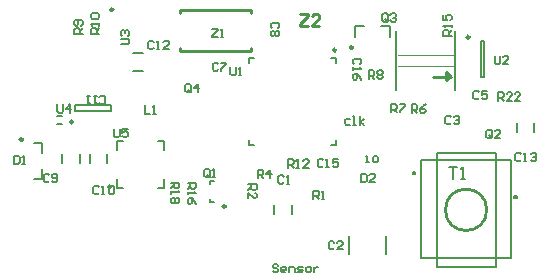
<source format=gto>
G04 Layer_Color=65535*
%FSLAX25Y25*%
%MOIN*%
G70*
G01*
G75*
%ADD43C,0.00984*%
%ADD60C,0.01000*%
%ADD61C,0.00787*%
%ADD62C,0.00394*%
%ADD63C,0.00606*%
%ADD64C,0.00591*%
D43*
X109055Y-14272D02*
G03*
X109055Y-14272I-492J0D01*
G01*
X21358Y-38189D02*
G03*
X21358Y-38189I-492J0D01*
G01*
X34744Y-787D02*
G03*
X34744Y-787I-492J0D01*
G01*
X114665Y-13386D02*
G03*
X114665Y-13386I-492J0D01*
G01*
X34055Y-59842D02*
G03*
X34055Y-59842I-492J0D01*
G01*
X153543Y-9941D02*
G03*
X153543Y-9941I-492J0D01*
G01*
X4626Y-44094D02*
G03*
X4626Y-44094I-492J0D01*
G01*
X72244Y-66339D02*
G03*
X72244Y-66339I-492J0D01*
G01*
X57087Y-14665D02*
X80709D01*
X56890Y-14469D02*
X57087Y-14665D01*
X56890Y-14469D02*
Y-13681D01*
X80709Y-14665D02*
Y-13681D01*
X57087Y-886D02*
X80709D01*
X57087Y-2067D02*
Y-886D01*
X80709Y-1870D02*
Y-886D01*
D60*
X159252Y-67520D02*
G03*
X159252Y-67520I-6890J0D01*
G01*
X144882Y-23130D02*
X147244D01*
X145669Y-21555D02*
X147244Y-23130D01*
X145669Y-24311D02*
Y-21555D01*
Y-24311D02*
X146850Y-23130D01*
X141339D02*
X146850D01*
X96949Y-2265D02*
X99573D01*
Y-2921D01*
X96949Y-5545D01*
Y-6201D01*
X99573D01*
X103508D02*
X100885D01*
X103508Y-3577D01*
Y-2921D01*
X102852Y-2265D01*
X101541D01*
X100885Y-2921D01*
D61*
X175098Y-41634D02*
Y-38484D01*
X169193Y-41634D02*
Y-38484D01*
X41437Y-15256D02*
X44587D01*
X41437Y-21161D02*
X44587D01*
X23524Y-51968D02*
Y-48819D01*
X17618Y-51968D02*
Y-48819D01*
X32776Y-51968D02*
Y-48819D01*
X26870Y-51968D02*
Y-48819D01*
X109153Y-45965D02*
Y-44291D01*
X107480Y-45965D02*
X109153D01*
X80020D02*
Y-44291D01*
Y-45965D02*
X81693D01*
X80020Y-18504D02*
Y-16831D01*
X81693D01*
X109153Y-18504D02*
Y-16831D01*
X107480D02*
X109153D01*
X21949Y-32480D02*
X34154D01*
X21949Y-34449D02*
X34154D01*
Y-32480D01*
X21949Y-34449D02*
Y-32480D01*
X94390Y-68898D02*
Y-65748D01*
X88484Y-68898D02*
Y-65748D01*
X124016Y-6201D02*
X127165D01*
Y-9744D02*
Y-6201D01*
X115354D02*
X118504D01*
X115354Y-9744D02*
Y-6201D01*
X16043Y-36122D02*
X17618D01*
X16043Y-38878D02*
X17618D01*
X36024Y-60138D02*
X37894D01*
X36024D02*
Y-57284D01*
X49705Y-60138D02*
X51575D01*
Y-57284D01*
Y-47441D02*
Y-44587D01*
X49705D02*
X51575D01*
X36024D02*
X37894D01*
X36024Y-47441D02*
Y-44587D01*
X168504Y-63583D02*
Y-62795D01*
Y-63583D02*
X169291D01*
Y-62795D01*
X168504D02*
X169291D01*
X134646Y-54921D02*
X135433D01*
Y-55709D02*
Y-54921D01*
X134646Y-55709D02*
X135433D01*
X134646D02*
Y-54921D01*
X137402Y-83661D02*
X167323D01*
X137402D02*
Y-50984D01*
X142520Y-48622D02*
X162205D01*
Y-86417D02*
Y-48622D01*
X142520Y-86417D02*
X162205D01*
X142520D02*
Y-48622D01*
X137402Y-50984D02*
X167323D01*
Y-83661D02*
Y-50984D01*
X125591Y-82382D02*
Y-76083D01*
X113386Y-82382D02*
Y-76083D01*
X157185Y-11122D02*
X158366D01*
X157185Y-23327D02*
X158366D01*
X157185D02*
Y-11122D01*
X158366Y-23327D02*
Y-11122D01*
X11024Y-57087D02*
Y-53937D01*
X8268Y-57087D02*
X11024D01*
Y-48425D02*
Y-45276D01*
X8268D02*
X11024D01*
X67027Y-59055D02*
Y-57874D01*
X68209D01*
X67027Y-64961D02*
Y-63779D01*
Y-64961D02*
X68209D01*
D62*
X129528Y-16043D02*
X148819D01*
X129528Y-19587D02*
X148819D01*
D63*
X129134Y-27461D02*
Y-7776D01*
X148819Y-27461D02*
Y-7776D01*
D64*
X93012Y-53445D02*
Y-50690D01*
X94389D01*
X94849Y-51149D01*
Y-52067D01*
X94389Y-52526D01*
X93012D01*
X93930D02*
X94849Y-53445D01*
X95767D02*
X96685D01*
X96226D01*
Y-50690D01*
X95767Y-51149D01*
X99900Y-53445D02*
X98063D01*
X99900Y-51608D01*
Y-51149D01*
X99440Y-50690D01*
X98522D01*
X98063Y-51149D01*
X163091Y-31102D02*
Y-28347D01*
X164468D01*
X164927Y-28806D01*
Y-29725D01*
X164468Y-30184D01*
X163091D01*
X164009D02*
X164927Y-31102D01*
X167682D02*
X165846D01*
X167682Y-29266D01*
Y-28806D01*
X167223Y-28347D01*
X166305D01*
X165846Y-28806D01*
X170437Y-31102D02*
X168601D01*
X170437Y-29266D01*
Y-28806D01*
X169978Y-28347D01*
X169060D01*
X168601Y-28806D01*
X45177Y-32678D02*
Y-35433D01*
X47014D01*
X47932D02*
X48851D01*
X48391D01*
Y-32678D01*
X47932Y-33137D01*
X161909Y-16241D02*
Y-18537D01*
X162369Y-18996D01*
X163287D01*
X163746Y-18537D01*
Y-16241D01*
X166501Y-18996D02*
X164664D01*
X166501Y-17159D01*
Y-16700D01*
X166042Y-16241D01*
X165124D01*
X164664Y-16700D01*
X147539Y-9449D02*
X144784D01*
Y-8071D01*
X145244Y-7612D01*
X146162D01*
X146621Y-8071D01*
Y-9449D01*
Y-8530D02*
X147539Y-7612D01*
Y-6694D02*
Y-5776D01*
Y-6235D01*
X144784D01*
X145244Y-6694D01*
X144784Y-2561D02*
Y-4398D01*
X146162D01*
X145703Y-3480D01*
Y-3020D01*
X146162Y-2561D01*
X147080D01*
X147539Y-3020D01*
Y-3939D01*
X147080Y-4398D01*
X156659Y-28314D02*
X156200Y-27855D01*
X155282D01*
X154823Y-28314D01*
Y-30151D01*
X155282Y-30610D01*
X156200D01*
X156659Y-30151D01*
X159415Y-27855D02*
X157578D01*
Y-29233D01*
X158496Y-28774D01*
X158955D01*
X159415Y-29233D01*
Y-30151D01*
X158955Y-30610D01*
X158037D01*
X157578Y-30151D01*
X108431Y-78413D02*
X107972Y-77954D01*
X107054D01*
X106595Y-78413D01*
Y-80250D01*
X107054Y-80709D01*
X107972D01*
X108431Y-80250D01*
X111186Y-80709D02*
X109350D01*
X111186Y-78872D01*
Y-78413D01*
X110727Y-77954D01*
X109809D01*
X109350Y-78413D01*
X147309Y-36680D02*
X146850Y-36221D01*
X145932D01*
X145472Y-36680D01*
Y-38517D01*
X145932Y-38976D01*
X146850D01*
X147309Y-38517D01*
X148228Y-36680D02*
X148687Y-36221D01*
X149605D01*
X150064Y-36680D01*
Y-37140D01*
X149605Y-37599D01*
X149146D01*
X149605D01*
X150064Y-38058D01*
Y-38517D01*
X149605Y-38976D01*
X148687D01*
X148228Y-38517D01*
X160990Y-43143D02*
Y-41306D01*
X160531Y-40847D01*
X159613D01*
X159153Y-41306D01*
Y-43143D01*
X159613Y-43602D01*
X160531D01*
X160072Y-42684D02*
X160990Y-43602D01*
X160531D02*
X160990Y-43143D01*
X163745Y-43602D02*
X161909D01*
X163745Y-41766D01*
Y-41306D01*
X163286Y-40847D01*
X162368D01*
X161909Y-41306D01*
X134252Y-35138D02*
Y-32383D01*
X135629D01*
X136089Y-32842D01*
Y-33760D01*
X135629Y-34220D01*
X134252D01*
X135170D02*
X136089Y-35138D01*
X138844Y-32383D02*
X137925Y-32842D01*
X137007Y-33760D01*
Y-34679D01*
X137466Y-35138D01*
X138384D01*
X138844Y-34679D01*
Y-34220D01*
X138384Y-33760D01*
X137007D01*
X127461Y-35039D02*
Y-32284D01*
X128838D01*
X129297Y-32743D01*
Y-33662D01*
X128838Y-34121D01*
X127461D01*
X128379D02*
X129297Y-35039D01*
X130216Y-32284D02*
X132052D01*
Y-32743D01*
X130216Y-34580D01*
Y-35039D01*
X146653Y-53249D02*
X149277D01*
X147966D01*
Y-57185D01*
X150589D02*
X151901D01*
X151245D01*
Y-53249D01*
X150589Y-53905D01*
X24541Y-8850D02*
X21786D01*
Y-7473D01*
X22245Y-7014D01*
X23163D01*
X23622Y-7473D01*
Y-8850D01*
Y-7932D02*
X24541Y-7014D01*
X24082Y-6095D02*
X24541Y-5636D01*
Y-4718D01*
X24082Y-4259D01*
X22245D01*
X21786Y-4718D01*
Y-5636D01*
X22245Y-6095D01*
X22704D01*
X23163Y-5636D01*
Y-4259D01*
X30152Y-31823D02*
X30611Y-32283D01*
X31529D01*
X31988Y-31823D01*
Y-29987D01*
X31529Y-29528D01*
X30611D01*
X30152Y-29987D01*
X29233Y-29528D02*
X28315D01*
X28774D01*
Y-32283D01*
X29233Y-31823D01*
X26937Y-29528D02*
X26019D01*
X26478D01*
Y-32283D01*
X26937Y-31823D01*
X35039Y-40454D02*
Y-42750D01*
X35498Y-43209D01*
X36417D01*
X36876Y-42750D01*
Y-40454D01*
X39631D02*
X37794D01*
Y-41831D01*
X38713Y-41372D01*
X39172D01*
X39631Y-41831D01*
Y-42750D01*
X39172Y-43209D01*
X38254D01*
X37794Y-42750D01*
X126246Y-4364D02*
Y-2527D01*
X125787Y-2068D01*
X124869D01*
X124409Y-2527D01*
Y-4364D01*
X124869Y-4823D01*
X125787D01*
X125328Y-3904D02*
X126246Y-4823D01*
X125787D02*
X126246Y-4364D01*
X127164Y-2527D02*
X127624Y-2068D01*
X128542D01*
X129001Y-2527D01*
Y-2986D01*
X128542Y-3445D01*
X128083D01*
X128542D01*
X129001Y-3904D01*
Y-4364D01*
X128542Y-4823D01*
X127624D01*
X127164Y-4364D01*
X89516Y-6982D02*
X89976Y-6523D01*
Y-5605D01*
X89516Y-5146D01*
X87680D01*
X87221Y-5605D01*
Y-6523D01*
X87680Y-6982D01*
X89516Y-7901D02*
X89976Y-8360D01*
Y-9278D01*
X89516Y-9737D01*
X89057D01*
X88598Y-9278D01*
X88139Y-9737D01*
X87680D01*
X87221Y-9278D01*
Y-8360D01*
X87680Y-7901D01*
X88139D01*
X88598Y-8360D01*
X89057Y-7901D01*
X89516D01*
X88598Y-8360D02*
Y-9278D01*
X69750Y-18866D02*
X69291Y-18406D01*
X68373D01*
X67913Y-18866D01*
Y-20702D01*
X68373Y-21161D01*
X69291D01*
X69750Y-20702D01*
X70668Y-18406D02*
X72505D01*
Y-18866D01*
X70668Y-20702D01*
Y-21161D01*
X91601Y-56464D02*
X91141Y-56005D01*
X90223D01*
X89764Y-56464D01*
Y-58301D01*
X90223Y-58760D01*
X91141D01*
X91601Y-58301D01*
X92519Y-58760D02*
X93437D01*
X92978D01*
Y-56005D01*
X92519Y-56464D01*
X104691Y-51051D02*
X104232Y-50591D01*
X103314D01*
X102854Y-51051D01*
Y-52887D01*
X103314Y-53347D01*
X104232D01*
X104691Y-52887D01*
X105609Y-53347D02*
X106528D01*
X106069D01*
Y-50591D01*
X105609Y-51051D01*
X109742Y-50591D02*
X107905D01*
Y-51969D01*
X108824Y-51510D01*
X109283D01*
X109742Y-51969D01*
Y-52887D01*
X109283Y-53347D01*
X108364D01*
X107905Y-52887D01*
X116961Y-19061D02*
X117420Y-18602D01*
Y-17684D01*
X116961Y-17224D01*
X115124D01*
X114665Y-17684D01*
Y-18602D01*
X115124Y-19061D01*
X114665Y-19979D02*
Y-20898D01*
Y-20439D01*
X117420D01*
X116961Y-19979D01*
X117420Y-24112D02*
X116961Y-23194D01*
X116043Y-22275D01*
X115124D01*
X114665Y-22735D01*
Y-23653D01*
X115124Y-24112D01*
X115584D01*
X116043Y-23653D01*
Y-22275D01*
X113746Y-37238D02*
X112369D01*
X111909Y-37697D01*
Y-38616D01*
X112369Y-39075D01*
X113746D01*
X114664D02*
X115583D01*
X115124D01*
Y-36320D01*
X114664D01*
X116960Y-39075D02*
Y-36320D01*
Y-38157D02*
X118338Y-37238D01*
X116960Y-38157D02*
X118338Y-39075D01*
X118996Y-51575D02*
X119914D01*
X119455D01*
Y-49738D01*
X118996D01*
X121751Y-51575D02*
X122669D01*
X123129Y-51116D01*
Y-50197D01*
X122669Y-49738D01*
X121751D01*
X121292Y-50197D01*
Y-51116D01*
X121751Y-51575D01*
X30118Y-8858D02*
X27363D01*
Y-7481D01*
X27822Y-7022D01*
X28741D01*
X29200Y-7481D01*
Y-8858D01*
Y-7940D02*
X30118Y-7022D01*
Y-6103D02*
Y-5185D01*
Y-5644D01*
X27363D01*
X27822Y-6103D01*
Y-3807D02*
X27363Y-3348D01*
Y-2430D01*
X27822Y-1971D01*
X29659D01*
X30118Y-2430D01*
Y-3348D01*
X29659Y-3807D01*
X27822D01*
X119980Y-23819D02*
Y-21064D01*
X121358D01*
X121817Y-21523D01*
Y-22441D01*
X121358Y-22901D01*
X119980D01*
X120899D02*
X121817Y-23819D01*
X122735Y-21523D02*
X123195Y-21064D01*
X124113D01*
X124572Y-21523D01*
Y-21982D01*
X124113Y-22441D01*
X124572Y-22901D01*
Y-23360D01*
X124113Y-23819D01*
X123195D01*
X122735Y-23360D01*
Y-22901D01*
X123195Y-22441D01*
X122735Y-21982D01*
Y-21523D01*
X123195Y-22441D02*
X124113D01*
X82972Y-56890D02*
Y-54135D01*
X84350D01*
X84809Y-54594D01*
Y-55512D01*
X84350Y-55971D01*
X82972D01*
X83891D02*
X84809Y-56890D01*
X87105D02*
Y-54135D01*
X85728Y-55512D01*
X87564D01*
X101476Y-63976D02*
Y-61221D01*
X102854D01*
X103313Y-61681D01*
Y-62599D01*
X102854Y-63058D01*
X101476D01*
X102395D02*
X103313Y-63976D01*
X104231D02*
X105150D01*
X104691D01*
Y-61221D01*
X104231Y-61681D01*
X37304Y-12303D02*
X39600D01*
X40059Y-11844D01*
Y-10926D01*
X39600Y-10467D01*
X37304D01*
X37763Y-9548D02*
X37304Y-9089D01*
Y-8171D01*
X37763Y-7711D01*
X38222D01*
X38682Y-8171D01*
Y-8630D01*
Y-8171D01*
X39141Y-7711D01*
X39600D01*
X40059Y-8171D01*
Y-9089D01*
X39600Y-9548D01*
X16142Y-32383D02*
Y-34679D01*
X16601Y-35138D01*
X17519D01*
X17978Y-34679D01*
Y-32383D01*
X20274Y-35138D02*
Y-32383D01*
X18897Y-33760D01*
X20733D01*
X67815Y-7186D02*
X69652D01*
Y-7645D01*
X67815Y-9482D01*
Y-9941D01*
X69652D01*
X70570D02*
X71488D01*
X71029D01*
Y-7186D01*
X70570Y-7645D01*
X73819Y-19981D02*
Y-22277D01*
X74278Y-22736D01*
X75196D01*
X75656Y-22277D01*
Y-19981D01*
X76574Y-22736D02*
X77492D01*
X77033D01*
Y-19981D01*
X76574Y-20440D01*
X66896Y-56234D02*
Y-54397D01*
X66437Y-53938D01*
X65518D01*
X65059Y-54397D01*
Y-56234D01*
X65518Y-56693D01*
X66437D01*
X65977Y-55775D02*
X66896Y-56693D01*
X66437D02*
X66896Y-56234D01*
X67814Y-56693D02*
X68732D01*
X68273D01*
Y-53938D01*
X67814Y-54397D01*
X29986Y-59909D02*
X29527Y-59450D01*
X28609D01*
X28150Y-59909D01*
Y-61746D01*
X28609Y-62205D01*
X29527D01*
X29986Y-61746D01*
X30905Y-62205D02*
X31823D01*
X31364D01*
Y-59450D01*
X30905Y-59909D01*
X33200D02*
X33660Y-59450D01*
X34578D01*
X35037Y-59909D01*
Y-61746D01*
X34578Y-62205D01*
X33660D01*
X33200Y-61746D01*
Y-59909D01*
X13352Y-55972D02*
X12893Y-55513D01*
X11975D01*
X11516Y-55972D01*
Y-57809D01*
X11975Y-58268D01*
X12893D01*
X13352Y-57809D01*
X14271D02*
X14730Y-58268D01*
X15648D01*
X16107Y-57809D01*
Y-55972D01*
X15648Y-55513D01*
X14730D01*
X14271Y-55972D01*
Y-56431D01*
X14730Y-56890D01*
X16107D01*
X48293Y-11681D02*
X47834Y-11221D01*
X46916D01*
X46457Y-11681D01*
Y-13517D01*
X46916Y-13976D01*
X47834D01*
X48293Y-13517D01*
X49212Y-13976D02*
X50130D01*
X49671D01*
Y-11221D01*
X49212Y-11681D01*
X53344Y-13976D02*
X51508D01*
X53344Y-12140D01*
Y-11681D01*
X52885Y-11221D01*
X51967D01*
X51508Y-11681D01*
X79823Y-59055D02*
X82578D01*
Y-60433D01*
X82119Y-60892D01*
X81200D01*
X80741Y-60433D01*
Y-59055D01*
Y-59974D02*
X79823Y-60892D01*
Y-63647D02*
Y-61810D01*
X81660Y-63647D01*
X82119D01*
X82578Y-63188D01*
Y-62269D01*
X82119Y-61810D01*
X89730Y-86090D02*
X89271Y-85631D01*
X88353D01*
X87894Y-86090D01*
Y-86549D01*
X88353Y-87008D01*
X89271D01*
X89730Y-87467D01*
Y-87927D01*
X89271Y-88386D01*
X88353D01*
X87894Y-87927D01*
X92026Y-88386D02*
X91108D01*
X90649Y-87927D01*
Y-87008D01*
X91108Y-86549D01*
X92026D01*
X92485Y-87008D01*
Y-87467D01*
X90649D01*
X93404Y-88386D02*
Y-86549D01*
X94781D01*
X95240Y-87008D01*
Y-88386D01*
X96159D02*
X97536D01*
X97995Y-87927D01*
X97536Y-87467D01*
X96618D01*
X96159Y-87008D01*
X96618Y-86549D01*
X97995D01*
X99373Y-88386D02*
X100291D01*
X100751Y-87927D01*
Y-87008D01*
X100291Y-86549D01*
X99373D01*
X98914Y-87008D01*
Y-87927D01*
X99373Y-88386D01*
X101669Y-86549D02*
Y-88386D01*
Y-87467D01*
X102128Y-87008D01*
X102587Y-86549D01*
X103046D01*
X170636Y-48984D02*
X170177Y-48524D01*
X169258D01*
X168799Y-48984D01*
Y-50820D01*
X169258Y-51279D01*
X170177D01*
X170636Y-50820D01*
X171554Y-51279D02*
X172473D01*
X172013D01*
Y-48524D01*
X171554Y-48984D01*
X173850D02*
X174309Y-48524D01*
X175228D01*
X175687Y-48984D01*
Y-49443D01*
X175228Y-49902D01*
X174768D01*
X175228D01*
X175687Y-50361D01*
Y-50820D01*
X175228Y-51279D01*
X174309D01*
X173850Y-50820D01*
X59547Y-58661D02*
X62302D01*
Y-60039D01*
X61843Y-60498D01*
X60925D01*
X60466Y-60039D01*
Y-58661D01*
Y-59580D02*
X59547Y-60498D01*
Y-61416D02*
Y-62335D01*
Y-61876D01*
X62302D01*
X61843Y-61416D01*
X62302Y-65549D02*
X61843Y-64631D01*
X60925Y-63712D01*
X60006D01*
X59547Y-64171D01*
Y-65090D01*
X60006Y-65549D01*
X60466D01*
X60925Y-65090D01*
Y-63712D01*
X53995Y-58465D02*
X56750D01*
Y-59842D01*
X56291Y-60301D01*
X55373D01*
X54914Y-59842D01*
Y-58465D01*
Y-59383D02*
X53995Y-60301D01*
Y-61220D02*
Y-62138D01*
Y-61679D01*
X56750D01*
X56291Y-61220D01*
Y-63515D02*
X56750Y-63975D01*
Y-64893D01*
X56291Y-65352D01*
X55832D01*
X55373Y-64893D01*
X54914Y-65352D01*
X54454D01*
X53995Y-64893D01*
Y-63975D01*
X54454Y-63515D01*
X54914D01*
X55373Y-63975D01*
X55832Y-63515D01*
X56291D01*
X55373Y-63975D02*
Y-64893D01*
X117421Y-55513D02*
Y-58268D01*
X118799D01*
X119258Y-57809D01*
Y-55972D01*
X118799Y-55513D01*
X117421D01*
X122013Y-58268D02*
X120176D01*
X122013Y-56431D01*
Y-55972D01*
X121554Y-55513D01*
X120635D01*
X120176Y-55972D01*
X60597Y-27887D02*
Y-26051D01*
X60137Y-25591D01*
X59219D01*
X58760Y-26051D01*
Y-27887D01*
X59219Y-28346D01*
X60137D01*
X59678Y-27428D02*
X60597Y-28346D01*
X60137D02*
X60597Y-27887D01*
X62892Y-28346D02*
Y-25591D01*
X61515Y-26969D01*
X63352D01*
X1673Y-49410D02*
Y-52165D01*
X3051D01*
X3510Y-51706D01*
Y-49869D01*
X3051Y-49410D01*
X1673D01*
X4428Y-52165D02*
X5347D01*
X4887D01*
Y-49410D01*
X4428Y-49869D01*
M02*

</source>
